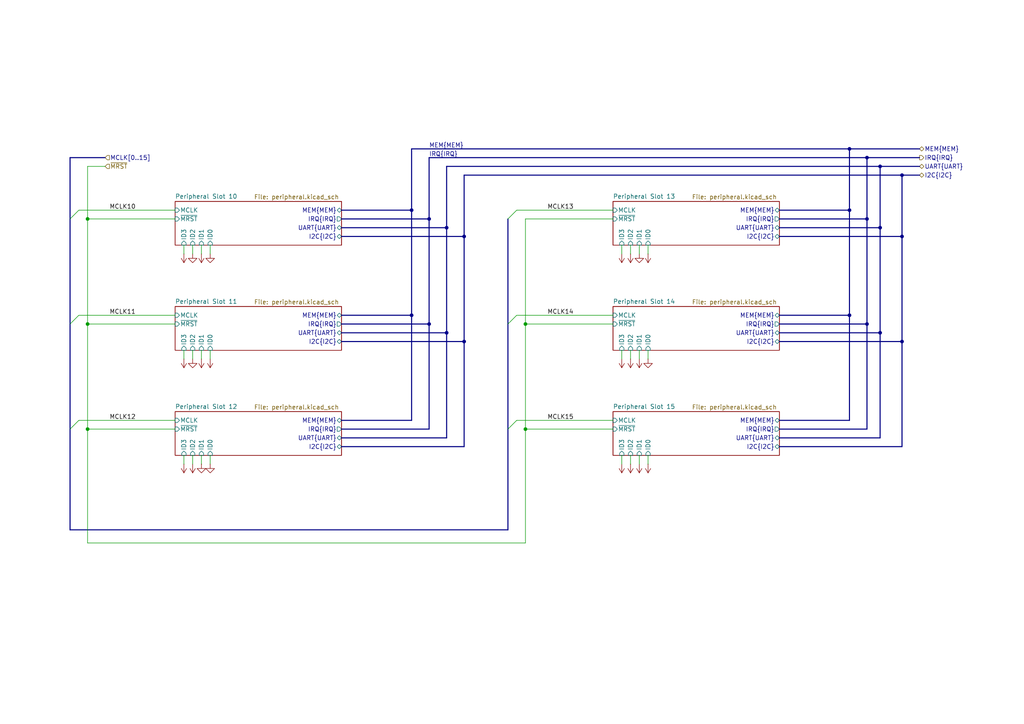
<source format=kicad_sch>
(kicad_sch (version 20231120) (generator "eeschema") (generator_version "8.0")
  (paper "A4")
  (title_block (title "RVFS Peripheral Slots") (date "2024-08-17") (rev "0.0.1") (comment 4 "Six peripheral slots are provided with access to the main memory bus."))
  (lib_symbols
    (symbol "power:+3V3" (power) (pin_numbers hide) (pin_names (offset 0) hide)
      (property "Value" "+3V3" (at 0 3.556 0))
      (symbol "+3V3_0_1"
        (polyline (pts (xy -0.762 1.27) (xy 0 2.54)))
        (polyline (pts (xy 0 0) (xy 0 2.54)))
        (polyline (pts (xy 0 2.54) (xy 0.762 1.27)))
      )
      (symbol "+3V3_1_1"
        (pin power_in line (at 0 0 90) (length 0) (name "~") (number "1"))
      )
    )
    (symbol "power:GND" (power) (pin_numbers hide) (pin_names (offset 0) hide)
      (property "Value" "GND" (at 0 -3.81 0))
      (symbol "GND_0_1"
        (polyline (pts (xy 0 0) (xy 0 -1.27) (xy 1.27 -1.27) (xy 0 -2.54) (xy -1.27 -1.27) (xy 0 -1.27)))
      )
      (symbol "GND_1_1"
        (pin power_in line (at 0 0 270) (length 0) (name "~") (number "1"))
      )
    )
  )
  (junction (at 251.46 45.72))
  (junction (at 129.54 96.52))
  (junction (at 246.38 60.96))
  (junction (at 25.4 93.98))
  (junction (at 246.38 91.44))
  (junction (at 25.4 63.5))
  (junction (at 124.46 93.98))
  (junction (at 255.27 96.52))
  (junction (at 124.46 63.5))
  (junction (at 119.38 91.44))
  (junction (at 251.46 93.98))
  (junction (at 261.62 68.58))
  (junction (at 255.27 66.04))
  (junction (at 119.38 60.96))
  (junction (at 261.62 99.06))
  (junction (at 134.62 68.58))
  (junction (at 261.62 50.8))
  (junction (at 246.38 43.18))
  (junction (at 129.54 66.04))
  (junction (at 255.27 48.26))
  (junction (at 152.4 93.98))
  (junction (at 152.4 124.46))
  (junction (at 251.46 63.5))
  (junction (at 25.4 124.46))
  (junction (at 134.62 99.06))
  (bus_entry (at 147.32 124.46) (size 2.54 -2.54))
  (bus_entry (at 20.32 63.5) (size 2.54 -2.54))
  (bus_entry (at 147.32 93.98) (size 2.54 -2.54))
  (bus_entry (at 20.32 124.46) (size 2.54 -2.54))
  (bus_entry (at 20.32 93.98) (size 2.54 -2.54))
  (bus_entry (at 147.32 63.5) (size 2.54 -2.54))
  (bus (pts (xy 134.62 50.8) (xy 261.62 50.8)))
  (bus (pts (xy 129.54 127) (xy 99.06 127)))
  (wire (pts (xy 53.34 132.08) (xy 53.34 134.62)))
  (bus (pts (xy 246.38 43.18) (xy 246.38 60.96)))
  (wire (pts (xy 25.4 93.98) (xy 50.8 93.98)))
  (bus (pts (xy 129.54 96.52) (xy 129.54 127)))
  (wire (pts (xy 25.4 63.5) (xy 25.4 93.98)))
  (wire (pts (xy 22.86 121.92) (xy 50.8 121.92)))
  (wire (pts (xy 25.4 63.5) (xy 50.8 63.5)))
  (wire (pts (xy 152.4 93.98) (xy 152.4 124.46)))
  (wire (pts (xy 149.86 91.44) (xy 177.8 91.44)))
  (wire (pts (xy 187.96 71.12) (xy 187.96 73.66)))
  (bus (pts (xy 20.32 63.5) (xy 20.32 93.98)))
  (bus (pts (xy 119.38 43.18) (xy 246.38 43.18)))
  (bus (pts (xy 119.38 43.18) (xy 119.38 60.96)))
  (wire (pts (xy 60.96 71.12) (xy 60.96 73.66)))
  (wire (pts (xy 149.86 121.92) (xy 177.8 121.92)))
  (bus (pts (xy 119.38 121.92) (xy 99.06 121.92)))
  (bus (pts (xy 99.06 66.04) (xy 129.54 66.04)))
  (wire (pts (xy 152.4 124.46) (xy 152.4 157.48)))
  (bus (pts (xy 134.62 99.06) (xy 134.62 68.58)))
  (wire (pts (xy 55.88 71.12) (xy 55.88 73.66)))
  (bus (pts (xy 246.38 91.44) (xy 246.38 121.92)))
  (bus (pts (xy 134.62 68.58) (xy 134.62 50.8)))
  (wire (pts (xy 152.4 63.5) (xy 177.8 63.5)))
  (bus (pts (xy 255.27 66.04) (xy 255.27 48.26)))
  (wire (pts (xy 152.4 63.5) (xy 152.4 93.98)))
  (wire (pts (xy 187.96 101.6) (xy 187.96 104.14)))
  (wire (pts (xy 180.34 101.6) (xy 180.34 104.14)))
  (bus (pts (xy 255.27 96.52) (xy 255.27 66.04)))
  (bus (pts (xy 255.27 48.26) (xy 129.54 48.26)))
  (bus (pts (xy 134.62 129.54) (xy 134.62 99.06)))
  (bus (pts (xy 99.06 129.54) (xy 134.62 129.54)))
  (bus (pts (xy 246.38 91.44) (xy 226.06 91.44)))
  (bus (pts (xy 99.06 99.06) (xy 134.62 99.06)))
  (wire (pts (xy 185.42 132.08) (xy 185.42 134.62)))
  (wire (pts (xy 60.96 132.08) (xy 60.96 134.62)))
  (bus (pts (xy 124.46 45.72) (xy 124.46 63.5)))
  (bus (pts (xy 129.54 48.26) (xy 129.54 66.04)))
  (bus (pts (xy 261.62 129.54) (xy 261.62 99.06)))
  (bus (pts (xy 30.48 45.72) (xy 20.32 45.72)))
  (wire (pts (xy 149.86 60.96) (xy 177.8 60.96)))
  (bus (pts (xy 251.46 93.98) (xy 226.06 93.98)))
  (bus (pts (xy 246.38 60.96) (xy 246.38 91.44)))
  (wire (pts (xy 25.4 157.48) (xy 152.4 157.48)))
  (bus (pts (xy 20.32 124.46) (xy 20.32 153.67)))
  (bus (pts (xy 20.32 153.67) (xy 147.32 153.67)))
  (bus (pts (xy 261.62 68.58) (xy 261.62 50.8)))
  (wire (pts (xy 55.88 101.6) (xy 55.88 104.14)))
  (bus (pts (xy 261.62 99.06) (xy 261.62 68.58)))
  (bus (pts (xy 124.46 45.72) (xy 251.46 45.72)))
  (bus (pts (xy 20.32 93.98) (xy 20.32 124.46)))
  (bus (pts (xy 255.27 127) (xy 255.27 96.52)))
  (bus (pts (xy 246.38 121.92) (xy 226.06 121.92)))
  (wire (pts (xy 180.34 132.08) (xy 180.34 134.62)))
  (wire (pts (xy 182.88 132.08) (xy 182.88 134.62)))
  (bus (pts (xy 226.06 66.04) (xy 255.27 66.04)))
  (bus (pts (xy 226.06 99.06) (xy 261.62 99.06)))
  (bus (pts (xy 124.46 63.5) (xy 124.46 93.98)))
  (bus (pts (xy 255.27 48.26) (xy 266.7 48.26)))
  (bus (pts (xy 20.32 45.72) (xy 20.32 63.5)))
  (bus (pts (xy 124.46 63.5) (xy 99.06 63.5)))
  (wire (pts (xy 58.42 132.08) (xy 58.42 134.62)))
  (bus (pts (xy 147.32 124.46) (xy 147.32 153.67)))
  (bus (pts (xy 147.32 93.98) (xy 147.32 124.46)))
  (wire (pts (xy 25.4 93.98) (xy 25.4 124.46)))
  (bus (pts (xy 124.46 93.98) (xy 124.46 124.46)))
  (wire (pts (xy 53.34 71.12) (xy 53.34 73.66)))
  (wire (pts (xy 182.88 71.12) (xy 182.88 73.66)))
  (bus (pts (xy 246.38 43.18) (xy 266.7 43.18)))
  (bus (pts (xy 251.46 93.98) (xy 251.46 63.5)))
  (bus (pts (xy 99.06 96.52) (xy 129.54 96.52)))
  (bus (pts (xy 251.46 124.46) (xy 226.06 124.46)))
  (bus (pts (xy 99.06 68.58) (xy 134.62 68.58)))
  (bus (pts (xy 147.32 63.5) (xy 147.32 93.98)))
  (bus (pts (xy 251.46 124.46) (xy 251.46 93.98)))
  (wire (pts (xy 185.42 101.6) (xy 185.42 104.14)))
  (bus (pts (xy 261.62 50.8) (xy 266.7 50.8)))
  (bus (pts (xy 124.46 124.46) (xy 99.06 124.46)))
  (bus (pts (xy 119.38 60.96) (xy 99.06 60.96)))
  (bus (pts (xy 119.38 91.44) (xy 99.06 91.44)))
  (wire (pts (xy 25.4 124.46) (xy 50.8 124.46)))
  (wire (pts (xy 25.4 63.5) (xy 25.4 48.26)))
  (bus (pts (xy 226.06 68.58) (xy 261.62 68.58)))
  (bus (pts (xy 251.46 45.72) (xy 251.46 63.5)))
  (wire (pts (xy 182.88 101.6) (xy 182.88 104.14)))
  (wire (pts (xy 58.42 71.12) (xy 58.42 73.66)))
  (bus (pts (xy 119.38 91.44) (xy 119.38 60.96)))
  (wire (pts (xy 187.96 132.08) (xy 187.96 134.62)))
  (wire (pts (xy 22.86 60.96) (xy 50.8 60.96)))
  (wire (pts (xy 55.88 132.08) (xy 55.88 134.62)))
  (wire (pts (xy 53.34 101.6) (xy 53.34 104.14)))
  (wire (pts (xy 152.4 93.98) (xy 177.8 93.98)))
  (bus (pts (xy 246.38 60.96) (xy 226.06 60.96)))
  (wire (pts (xy 152.4 124.46) (xy 177.8 124.46)))
  (bus (pts (xy 124.46 93.98) (xy 99.06 93.98)))
  (wire (pts (xy 180.34 71.12) (xy 180.34 73.66)))
  (bus (pts (xy 251.46 45.72) (xy 266.7 45.72)))
  (wire (pts (xy 22.86 91.44) (xy 50.8 91.44)))
  (wire (pts (xy 58.42 101.6) (xy 58.42 104.14)))
  (bus (pts (xy 226.06 127) (xy 255.27 127)))
  (bus (pts (xy 226.06 96.52) (xy 255.27 96.52)))
  (bus (pts (xy 129.54 66.04) (xy 129.54 96.52)))
  (wire (pts (xy 60.96 101.6) (xy 60.96 104.14)))
  (bus (pts (xy 119.38 121.92) (xy 119.38 91.44)))
  (bus (pts (xy 226.06 129.54) (xy 261.62 129.54)))
  (wire (pts (xy 25.4 48.26) (xy 30.48 48.26)))
  (wire (pts (xy 185.42 71.12) (xy 185.42 73.66)))
  (bus (pts (xy 251.46 63.5) (xy 226.06 63.5)))
  (wire (pts (xy 25.4 124.46) (xy 25.4 157.48)))
  (label "MCLK15" (at 158.75 121.92 0))
  (label "MCLK12" (at 31.75 121.92 0))
  (label "MCLK11" (at 31.75 91.44 0))
  (label "MEM{MEM}" (at 124.46 43.18 0))
  (label "MCLK13" (at 158.75 60.96 0))
  (label "IRQ{IRQ}" (at 124.46 45.72 0))
  (label "MCLK14" (at 158.75 91.44 0))
  (label "MCLK10" (at 31.75 60.96 0))
  (hierarchical_label "IRQ{IRQ}" (shape output) (at 266.7 45.72 0))
  (hierarchical_label "MCLK[0..15]" (shape input) (at 30.48 45.72 0))
  (hierarchical_label "~{MRST}" (shape input) (at 30.48 48.26 0))
  (hierarchical_label "I2C{I2C}" (shape bidirectional) (at 266.7 50.8 0))
  (hierarchical_label "MEM{MEM}" (shape bidirectional) (at 266.7 43.18 0))
  (hierarchical_label "UART{UART}" (shape bidirectional) (at 266.7 48.26 0))
  (symbol (lib_id "power:+3V3") (at 58.42 73.66 180) (unit 1)
    (property "Reference" "#PWR024" (effects (hide yes)))
    (property "Value" "+3V3" (effects (hide yes)))
    (property "Description" "Power symbol creates a global label with name \"+3V3\"" (effects (hide yes)))
  )
  (symbol (lib_id "power:GND") (at 55.88 73.66 0) (unit 1)
    (property "Reference" "#PWR021" (effects (hide yes)))
    (property "Value" "GND" (effects (hide yes)))
    (property "Description" "Power symbol creates a global label with name \"GND\" , ground" (effects (hide yes)))
  )
  (symbol (lib_id "power:+3V3") (at 53.34 104.14 180) (unit 1)
    (property "Reference" "#PWR019" (effects (hide yes)))
    (property "Value" "+3V3" (effects (hide yes)))
    (property "Description" "Power symbol creates a global label with name \"+3V3\"" (effects (hide yes)))
  )
  (symbol (lib_id "power:+3V3") (at 185.42 104.14 180) (unit 1)
    (property "Reference" "#PWR037" (effects (hide yes)))
    (property "Value" "+3V3" (effects (hide yes)))
    (property "Description" "Power symbol creates a global label with name \"+3V3\"" (effects (hide yes)))
  )
  (symbol (lib_id "power:+3V3") (at 182.88 73.66 180) (unit 1)
    (property "Reference" "#PWR033" (effects (hide yes)))
    (property "Value" "+3V3" (effects (hide yes)))
    (property "Description" "Power symbol creates a global label with name \"+3V3\"" (effects (hide yes)))
  )
  (symbol (lib_id "power:GND") (at 60.96 73.66 0) (unit 1)
    (property "Reference" "#PWR027" (effects (hide yes)))
    (property "Value" "GND" (effects (hide yes)))
    (property "Description" "Power symbol creates a global label with name \"GND\" , ground" (effects (hide yes)))
  )
  (symbol (lib_id "power:+3V3") (at 53.34 73.66 180) (unit 1)
    (property "Reference" "#PWR018" (effects (hide yes)))
    (property "Value" "+3V3" (effects (hide yes)))
    (property "Description" "Power symbol creates a global label with name \"+3V3\"" (effects (hide yes)))
  )
  (symbol (lib_id "power:+3V3") (at 60.96 104.14 180) (unit 1)
    (property "Reference" "#PWR028" (effects (hide yes)))
    (property "Value" "+3V3" (effects (hide yes)))
    (property "Description" "Power symbol creates a global label with name \"+3V3\"" (effects (hide yes)))
  )
  (symbol (lib_id "power:+3V3") (at 55.88 134.62 180) (unit 1)
    (property "Reference" "#PWR023" (effects (hide yes)))
    (property "Value" "+3V3" (effects (hide yes)))
    (property "Description" "Power symbol creates a global label with name \"+3V3\"" (effects (hide yes)))
  )
  (symbol (lib_id "power:GND") (at 185.42 73.66 0) (unit 1)
    (property "Reference" "#PWR036" (effects (hide yes)))
    (property "Value" "GND" (effects (hide yes)))
    (property "Description" "Power symbol creates a global label with name \"GND\" , ground" (effects (hide yes)))
  )
  (symbol (lib_id "power:GND") (at 187.96 104.14 0) (unit 1)
    (property "Reference" "#PWR040" (effects (hide yes)))
    (property "Value" "GND" (effects (hide yes)))
    (property "Description" "Power symbol creates a global label with name \"GND\" , ground" (effects (hide yes)))
  )
  (symbol (lib_id "power:GND") (at 58.42 134.62 0) (unit 1)
    (property "Reference" "#PWR026" (effects (hide yes)))
    (property "Value" "GND" (effects (hide yes)))
    (property "Description" "Power symbol creates a global label with name \"GND\" , ground" (effects (hide yes)))
  )
  (symbol (lib_id "power:+3V3") (at 187.96 73.66 180) (unit 1)
    (property "Reference" "#PWR039" (effects (hide yes)))
    (property "Value" "+3V3" (effects (hide yes)))
    (property "Description" "Power symbol creates a global label with name \"+3V3\"" (effects (hide yes)))
  )
  (symbol (lib_id "power:+3V3") (at 58.42 104.14 180) (unit 1)
    (property "Reference" "#PWR025" (effects (hide yes)))
    (property "Value" "+3V3" (effects (hide yes)))
    (property "Description" "Power symbol creates a global label with name \"+3V3\"" (effects (hide yes)))
  )
  (symbol (lib_id "power:+3V3") (at 185.42 134.62 180) (unit 1)
    (property "Reference" "#PWR038" (effects (hide yes)))
    (property "Value" "+3V3" (effects (hide yes)))
    (property "Description" "Power symbol creates a global label with name \"+3V3\"" (effects (hide yes)))
  )
  (symbol (lib_id "power:GND") (at 55.88 104.14 0) (unit 1)
    (property "Reference" "#PWR022" (effects (hide yes)))
    (property "Value" "GND" (effects (hide yes)))
    (property "Description" "Power symbol creates a global label with name \"GND\" , ground" (effects (hide yes)))
  )
  (symbol (lib_id "power:+3V3") (at 180.34 73.66 180) (unit 1)
    (property "Reference" "#PWR030" (effects (hide yes)))
    (property "Value" "+3V3" (effects (hide yes)))
    (property "Description" "Power symbol creates a global label with name \"+3V3\"" (effects (hide yes)))
  )
  (symbol (lib_id "power:GND") (at 60.96 134.62 0) (unit 1)
    (property "Reference" "#PWR029" (effects (hide yes)))
    (property "Value" "GND" (effects (hide yes)))
    (property "Description" "Power symbol creates a global label with name \"GND\" , ground" (effects (hide yes)))
  )
  (symbol (lib_id "power:+3V3") (at 182.88 134.62 180) (unit 1)
    (property "Reference" "#PWR035" (effects (hide yes)))
    (property "Value" "+3V3" (effects (hide yes)))
    (property "Description" "Power symbol creates a global label with name \"+3V3\"" (effects (hide yes)))
  )
  (symbol (lib_id "power:+3V3") (at 182.88 104.14 180) (unit 1)
    (property "Reference" "#PWR034" (effects (hide yes)))
    (property "Value" "+3V3" (effects (hide yes)))
    (property "Description" "Power symbol creates a global label with name \"+3V3\"" (effects (hide yes)))
  )
  (symbol (lib_id "power:+3V3") (at 180.34 134.62 180) (unit 1)
    (property "Reference" "#PWR032" (effects (hide yes)))
    (property "Value" "+3V3" (effects (hide yes)))
    (property "Description" "Power symbol creates a global label with name \"+3V3\"" (effects (hide yes)))
  )
  (symbol (lib_id "power:+3V3") (at 180.34 104.14 180) (unit 1)
    (property "Reference" "#PWR031" (effects (hide yes)))
    (property "Value" "+3V3" (effects (hide yes)))
    (property "Description" "Power symbol creates a global label with name \"+3V3\"" (effects (hide yes)))
  )
  (symbol (lib_id "power:+3V3") (at 187.96 134.62 180) (unit 1)
    (property "Reference" "#PWR041" (effects (hide yes)))
    (property "Value" "+3V3" (effects (hide yes)))
    (property "Description" "Power symbol creates a global label with name \"+3V3\"" (effects (hide yes)))
  )
  (symbol (lib_id "power:+3V3") (at 53.34 134.62 180) (unit 1)
    (property "Reference" "#PWR020" (effects (hide yes)))
    (property "Value" "+3V3" (effects (hide yes)))
    (property "Description" "Power symbol creates a global label with name \"+3V3\"" (effects (hide yes)))
  )
  (sheet (at 177.8 88.9) (size 48.26 12.7) (stroke (width 0.1524))
    (property "Sheetname" "Peripheral Slot 14" (at 177.8 88.1884 0) (effects (justify left bottom)))
    (property "Sheetfile" "peripheral.kicad_sch" (at 200.66 86.868 0) (effects (justify left top)))
    (pin "MCLK" input (at 177.8 91.44 180))
    (pin "MEM{MEM}" bidirectional (at 226.06 91.44 0))
    (pin "IRQ{IRQ}" output (at 226.06 93.98 0))
    (pin "~{MRST}" input (at 177.8 93.98 180))
    (pin "UART{UART}" bidirectional (at 226.06 96.52 0))
    (pin "I2C{I2C}" bidirectional (at 226.06 99.06 0))
    (pin "ID3" input (at 180.34 101.6 270))
    (pin "ID2" input (at 182.88 101.6 270))
    (pin "ID1" input (at 185.42 101.6 270))
    (pin "ID0" input (at 187.96 101.6 270))
  )
  (sheet (at 177.8 58.42) (size 48.26 12.7) (stroke (width 0.1524))
    (property "Sheetname" "Peripheral Slot 13" (at 177.8 57.7084 0) (effects (justify left bottom)))
    (property "Sheetfile" "peripheral.kicad_sch" (at 200.66 56.388 0) (effects (justify left top)))
    (pin "MCLK" input (at 177.8 60.96 180))
    (pin "MEM{MEM}" bidirectional (at 226.06 60.96 0))
    (pin "IRQ{IRQ}" output (at 226.06 63.5 0))
    (pin "~{MRST}" input (at 177.8 63.5 180))
    (pin "UART{UART}" bidirectional (at 226.06 66.04 0))
    (pin "I2C{I2C}" bidirectional (at 226.06 68.58 0))
    (pin "ID3" input (at 180.34 71.12 270))
    (pin "ID2" input (at 182.88 71.12 270))
    (pin "ID1" input (at 185.42 71.12 270))
    (pin "ID0" input (at 187.96 71.12 270))
  )
  (sheet (at 50.8 88.9) (size 48.26 12.7) (stroke (width 0.1524))
    (property "Sheetname" "Peripheral Slot 11" (at 50.8 88.1884 0) (effects (justify left bottom)))
    (property "Sheetfile" "peripheral.kicad_sch" (at 73.66 86.868 0) (effects (justify left top)))
    (pin "MCLK" input (at 50.8 91.44 180))
    (pin "MEM{MEM}" bidirectional (at 99.06 91.44 0))
    (pin "IRQ{IRQ}" output (at 99.06 93.98 0))
    (pin "~{MRST}" input (at 50.8 93.98 180))
    (pin "UART{UART}" bidirectional (at 99.06 96.52 0))
    (pin "I2C{I2C}" bidirectional (at 99.06 99.06 0))
    (pin "ID3" input (at 53.34 101.6 270))
    (pin "ID2" input (at 55.88 101.6 270))
    (pin "ID1" input (at 58.42 101.6 270))
    (pin "ID0" input (at 60.96 101.6 270))
  )
  (sheet (at 177.8 119.38) (size 48.26 12.7) (stroke (width 0.1524))
    (property "Sheetname" "Peripheral Slot 15" (at 177.8 118.6684 0) (effects (justify left bottom)))
    (property "Sheetfile" "peripheral.kicad_sch" (at 200.66 117.348 0) (effects (justify left top)))
    (pin "MCLK" input (at 177.8 121.92 180))
    (pin "MEM{MEM}" bidirectional (at 226.06 121.92 0))
    (pin "IRQ{IRQ}" output (at 226.06 124.46 0))
    (pin "~{MRST}" input (at 177.8 124.46 180))
    (pin "UART{UART}" bidirectional (at 226.06 127 0))
    (pin "I2C{I2C}" bidirectional (at 226.06 129.54 0))
    (pin "ID3" input (at 180.34 132.08 270))
    (pin "ID2" input (at 182.88 132.08 270))
    (pin "ID1" input (at 185.42 132.08 270))
    (pin "ID0" input (at 187.96 132.08 270))
  )
  (sheet (at 50.8 58.42) (size 48.26 12.7) (stroke (width 0.1524))
    (property "Sheetname" "Peripheral Slot 10" (at 50.8 57.7084 0) (effects (justify left bottom)))
    (property "Sheetfile" "peripheral.kicad_sch" (at 73.66 56.388 0) (effects (justify left top)))
    (pin "MCLK" input (at 50.8 60.96 180))
    (pin "MEM{MEM}" bidirectional (at 99.06 60.96 0))
    (pin "IRQ{IRQ}" output (at 99.06 63.5 0))
    (pin "~{MRST}" input (at 50.8 63.5 180))
    (pin "UART{UART}" bidirectional (at 99.06 66.04 0))
    (pin "I2C{I2C}" bidirectional (at 99.06 68.58 0))
    (pin "ID3" input (at 53.34 71.12 270))
    (pin "ID2" input (at 55.88 71.12 270))
    (pin "ID1" input (at 58.42 71.12 270))
    (pin "ID0" input (at 60.96 71.12 270))
  )
  (sheet (at 50.8 119.38) (size 48.26 12.7) (stroke (width 0.1524))
    (property "Sheetname" "Peripheral Slot 12" (at 50.8 118.6684 0) (effects (justify left bottom)))
    (property "Sheetfile" "peripheral.kicad_sch" (at 73.66 117.348 0) (effects (justify left top)))
    (pin "MCLK" input (at 50.8 121.92 180))
    (pin "MEM{MEM}" bidirectional (at 99.06 121.92 0))
    (pin "IRQ{IRQ}" output (at 99.06 124.46 0))
    (pin "~{MRST}" input (at 50.8 124.46 180))
    (pin "UART{UART}" bidirectional (at 99.06 127 0))
    (pin "I2C{I2C}" bidirectional (at 99.06 129.54 0))
    (pin "ID3" input (at 53.34 132.08 270))
    (pin "ID2" input (at 55.88 132.08 270))
    (pin "ID1" input (at 58.42 132.08 270))
    (pin "ID0" input (at 60.96 132.08 270))
  )
)
</source>
